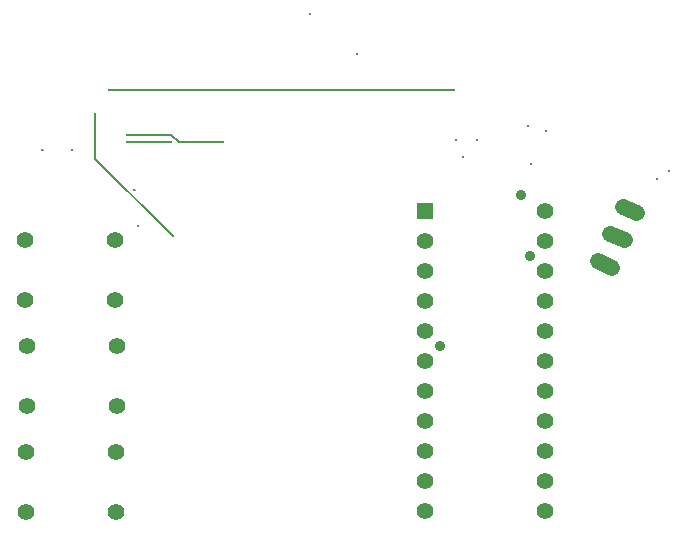
<source format=gbl>
G04 (created by PCBNEW (2013-07-07 BZR 4022)-stable) date 6/4/2014 12:52:27 AM*
%MOIN*%
G04 Gerber Fmt 3.4, Leading zero omitted, Abs format*
%FSLAX34Y34*%
G01*
G70*
G90*
G04 APERTURE LIST*
%ADD10C,0.00590551*%
%ADD11R,0.055X0.055*%
%ADD12C,0.055*%
%ADD13C,0.052*%
%ADD14C,0.0130039*%
%ADD15C,0.035*%
%ADD16C,0.006*%
G04 APERTURE END LIST*
G54D10*
G54D11*
X43960Y-47110D03*
G54D12*
X43960Y-48110D03*
X43960Y-49110D03*
X43960Y-50110D03*
X43960Y-51110D03*
X43960Y-52110D03*
X43960Y-53110D03*
X43960Y-54110D03*
X43960Y-55110D03*
X43960Y-56110D03*
X43960Y-57110D03*
X47960Y-57110D03*
X47960Y-56110D03*
X47960Y-55110D03*
X47960Y-54110D03*
X47960Y-53110D03*
X47960Y-52110D03*
X47960Y-51110D03*
X47960Y-50110D03*
X47960Y-49110D03*
X47960Y-48110D03*
X47960Y-47110D03*
G54D13*
X51018Y-47188D02*
X50546Y-46968D01*
X50595Y-48094D02*
X50124Y-47875D01*
X50173Y-49001D02*
X49701Y-48781D01*
G54D12*
X30598Y-50082D03*
X30598Y-48082D03*
X33598Y-50082D03*
X33598Y-48082D03*
X33686Y-51624D03*
X33686Y-53624D03*
X30686Y-51624D03*
X30686Y-53624D03*
X33660Y-55146D03*
X33660Y-57146D03*
X30660Y-55146D03*
X30660Y-57146D03*
G54D14*
X37200Y-44820D03*
X34006Y-44566D03*
X35480Y-44822D03*
X34006Y-44822D03*
X32952Y-43886D03*
X35528Y-47958D03*
X44894Y-43066D03*
X33422Y-43064D03*
X51670Y-46030D03*
X52084Y-45766D03*
X47366Y-44274D03*
X47982Y-44446D03*
X31188Y-45076D03*
X32186Y-45078D03*
X45680Y-44740D03*
X44974Y-44740D03*
X45216Y-45310D03*
X47466Y-45528D03*
X41692Y-41894D03*
X40096Y-40550D03*
X34241Y-46421D03*
X34376Y-47610D03*
G54D15*
X47460Y-48610D03*
X44435Y-51610D03*
X47160Y-46585D03*
G54D16*
X35728Y-44820D02*
X37200Y-44820D01*
X35474Y-44566D02*
X35728Y-44820D01*
X34006Y-44566D02*
X35474Y-44566D01*
X34006Y-44822D02*
X35480Y-44822D01*
X32952Y-45382D02*
X32952Y-43886D01*
X35528Y-47958D02*
X32952Y-45382D01*
X44894Y-43066D02*
X44892Y-43064D01*
X44892Y-43064D02*
X33422Y-43064D01*
X31188Y-45076D02*
X31194Y-45076D01*
X34241Y-46421D02*
X34261Y-46401D01*
X34386Y-47600D02*
X34391Y-47600D01*
X34376Y-47610D02*
X34386Y-47600D01*
M02*

</source>
